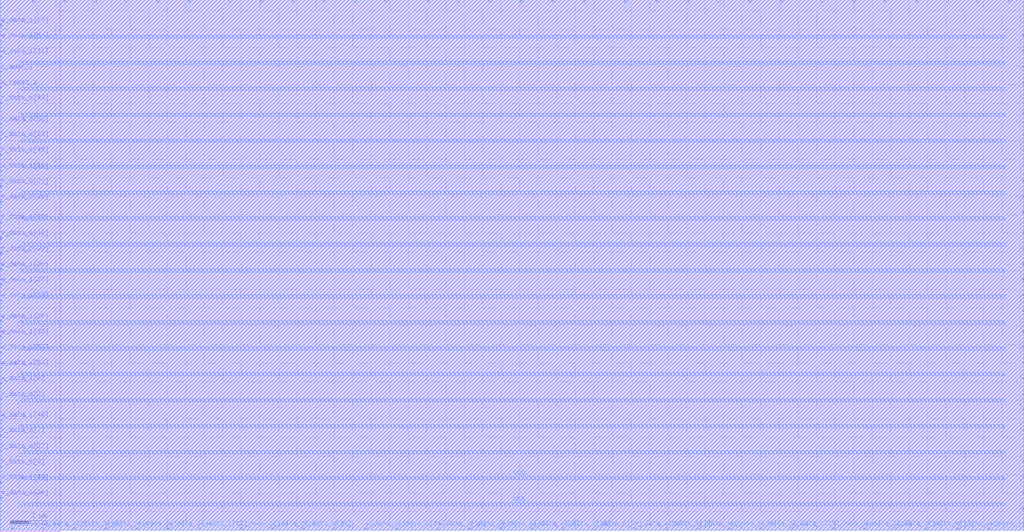
<source format=lef>
VERSION 5.8 ;
BUSBITCHARS "[]" ;
DIVIDERCHAR "/" ;
UNITS
    DATABASE MICRONS 2000 ;
END UNITS

MACRO bsg_mem_p58
  FOREIGN bsg_mem_p58 0 0 ;
  CLASS BLOCK ;
  SIZE 55.175 BY 28.59 ;
  PIN VSS
    USE GROUND ;
    DIRECTION INOUT ;
    PORT
      LAYER metal4 ;
        RECT  1.14 26.515 54.15 26.685 ;
        RECT  1.14 23.715 54.15 23.885 ;
        RECT  1.14 20.915 54.15 21.085 ;
        RECT  1.14 18.115 54.15 18.285 ;
        RECT  1.14 15.315 54.15 15.485 ;
        RECT  1.14 12.515 54.15 12.685 ;
        RECT  1.14 9.715 54.15 9.885 ;
        RECT  1.14 6.915 54.15 7.085 ;
        RECT  1.14 4.115 54.15 4.285 ;
        RECT  1.14 1.315 54.15 1.485 ;
    END
  END VSS
  PIN VDD
    USE POWER ;
    DIRECTION INOUT ;
    PORT
      LAYER metal4 ;
        RECT  1.14 25.115 54.15 25.285 ;
        RECT  1.14 22.315 54.15 22.485 ;
        RECT  1.14 19.515 54.15 19.685 ;
        RECT  1.14 16.715 54.15 16.885 ;
        RECT  1.14 13.915 54.15 14.085 ;
        RECT  1.14 11.115 54.15 11.285 ;
        RECT  1.14 8.315 54.15 8.485 ;
        RECT  1.14 5.515 54.15 5.685 ;
        RECT  1.14 2.715 54.15 2.885 ;
    END
  END VDD
  PIN r_addr_i
    DIRECTION INPUT ;
    USE SIGNAL ;
    PORT
      LAYER metal3 ;
        RECT  0 24.675 0.07 24.745 ;
    END
  END r_addr_i
  PIN r_data_o[0]
    DIRECTION OUTPUT ;
    USE SIGNAL ;
    PORT
      LAYER metal4 ;
        RECT  45.945 28.45 46.085 28.59 ;
    END
  END r_data_o[0]
  PIN r_data_o[10]
    DIRECTION OUTPUT ;
    USE SIGNAL ;
    PORT
      LAYER metal3 ;
        RECT  0 15.715 0.07 15.785 ;
    END
  END r_data_o[10]
  PIN r_data_o[11]
    DIRECTION OUTPUT ;
    USE SIGNAL ;
    PORT
      LAYER metal4 ;
        RECT  12.905 0 13.045 0.14 ;
    END
  END r_data_o[11]
  PIN r_data_o[12]
    DIRECTION OUTPUT ;
    USE SIGNAL ;
    PORT
      LAYER metal4 ;
        RECT  49.305 28.45 49.445 28.59 ;
    END
  END r_data_o[12]
  PIN r_data_o[13]
    DIRECTION OUTPUT ;
    USE SIGNAL ;
    PORT
      LAYER metal4 ;
        RECT  49.865 0 50.005 0.14 ;
    END
  END r_data_o[13]
  PIN r_data_o[14]
    DIRECTION OUTPUT ;
    USE SIGNAL ;
    PORT
      LAYER metal3 ;
        RECT  55.105 12.635 55.175 12.705 ;
    END
  END r_data_o[14]
  PIN r_data_o[15]
    DIRECTION OUTPUT ;
    USE SIGNAL ;
    PORT
      LAYER metal4 ;
        RECT  54.345 28.45 54.485 28.59 ;
    END
  END r_data_o[15]
  PIN r_data_o[16]
    DIRECTION OUTPUT ;
    USE SIGNAL ;
    PORT
      LAYER metal3 ;
        RECT  55.105 24.955 55.175 25.025 ;
    END
  END r_data_o[16]
  PIN r_data_o[17]
    DIRECTION OUTPUT ;
    USE SIGNAL ;
    PORT
      LAYER metal4 ;
        RECT  26.345 28.45 26.485 28.59 ;
    END
  END r_data_o[17]
  PIN r_data_o[18]
    DIRECTION OUTPUT ;
    USE SIGNAL ;
    PORT
      LAYER metal3 ;
        RECT  55.105 24.115 55.175 24.185 ;
    END
  END r_data_o[18]
  PIN r_data_o[19]
    DIRECTION OUTPUT ;
    USE SIGNAL ;
    PORT
      LAYER metal4 ;
        RECT  22.985 28.45 23.125 28.59 ;
    END
  END r_data_o[19]
  PIN r_data_o[1]
    DIRECTION OUTPUT ;
    USE SIGNAL ;
    PORT
      LAYER metal4 ;
        RECT  52.665 28.45 52.805 28.59 ;
    END
  END r_data_o[1]
  PIN r_data_o[20]
    DIRECTION OUTPUT ;
    USE SIGNAL ;
    PORT
      LAYER metal4 ;
        RECT  31.945 0 32.085 0.14 ;
    END
  END r_data_o[20]
  PIN r_data_o[21]
    DIRECTION OUTPUT ;
    USE SIGNAL ;
    PORT
      LAYER metal3 ;
        RECT  0 18.515 0.07 18.585 ;
    END
  END r_data_o[21]
  PIN r_data_o[22]
    DIRECTION OUTPUT ;
    USE SIGNAL ;
    PORT
      LAYER metal4 ;
        RECT  15.705 28.45 15.845 28.59 ;
    END
  END r_data_o[22]
  PIN r_data_o[23]
    DIRECTION OUTPUT ;
    USE SIGNAL ;
    PORT
      LAYER metal3 ;
        RECT  0 14.875 0.07 14.945 ;
    END
  END r_data_o[23]
  PIN r_data_o[24]
    DIRECTION OUTPUT ;
    USE SIGNAL ;
    PORT
      LAYER metal3 ;
        RECT  0 21.035 0.07 21.105 ;
    END
  END r_data_o[24]
  PIN r_data_o[25]
    DIRECTION OUTPUT ;
    USE SIGNAL ;
    PORT
      LAYER metal3 ;
        RECT  0 17.675 0.07 17.745 ;
    END
  END r_data_o[25]
  PIN r_data_o[26]
    DIRECTION OUTPUT ;
    USE SIGNAL ;
    PORT
      LAYER metal3 ;
        RECT  55.105 17.115 55.175 17.185 ;
    END
  END r_data_o[26]
  PIN r_data_o[27]
    DIRECTION OUTPUT ;
    USE SIGNAL ;
    PORT
      LAYER metal4 ;
        RECT  28.025 28.45 28.165 28.59 ;
    END
  END r_data_o[27]
  PIN r_data_o[28]
    DIRECTION OUTPUT ;
    USE SIGNAL ;
    PORT
      LAYER metal3 ;
        RECT  0 1.715 0.07 1.785 ;
    END
  END r_data_o[28]
  PIN r_data_o[29]
    DIRECTION OUTPUT ;
    USE SIGNAL ;
    PORT
      LAYER metal3 ;
        RECT  55.105 15.995 55.175 16.065 ;
    END
  END r_data_o[29]
  PIN r_data_o[2]
    DIRECTION OUTPUT ;
    USE SIGNAL ;
    PORT
      LAYER metal3 ;
        RECT  55.105 15.155 55.175 15.225 ;
    END
  END r_data_o[2]
  PIN r_data_o[30]
    DIRECTION OUTPUT ;
    USE SIGNAL ;
    PORT
      LAYER metal3 ;
        RECT  55.105 8.995 55.175 9.065 ;
    END
  END r_data_o[30]
  PIN r_data_o[31]
    DIRECTION OUTPUT ;
    USE SIGNAL ;
    PORT
      LAYER metal4 ;
        RECT  29.705 28.45 29.845 28.59 ;
    END
  END r_data_o[31]
  PIN r_data_o[32]
    DIRECTION OUTPUT ;
    USE SIGNAL ;
    PORT
      LAYER metal3 ;
        RECT  55.105 26.635 55.175 26.705 ;
    END
  END r_data_o[32]
  PIN r_data_o[33]
    DIRECTION OUTPUT ;
    USE SIGNAL ;
    PORT
      LAYER metal4 ;
        RECT  25.225 0 25.365 0.14 ;
    END
  END r_data_o[33]
  PIN r_data_o[34]
    DIRECTION OUTPUT ;
    USE SIGNAL ;
    PORT
      LAYER metal4 ;
        RECT  21.305 0 21.445 0.14 ;
    END
  END r_data_o[34]
  PIN r_data_o[35]
    DIRECTION OUTPUT ;
    USE SIGNAL ;
    PORT
      LAYER metal4 ;
        RECT  16.265 0 16.405 0.14 ;
    END
  END r_data_o[35]
  PIN r_data_o[36]
    DIRECTION OUTPUT ;
    USE SIGNAL ;
    PORT
      LAYER metal4 ;
        RECT  40.905 0 41.045 0.14 ;
    END
  END r_data_o[36]
  PIN r_data_o[37]
    DIRECTION OUTPUT ;
    USE SIGNAL ;
    PORT
      LAYER metal3 ;
        RECT  0 4.235 0.07 4.305 ;
    END
  END r_data_o[37]
  PIN r_data_o[38]
    DIRECTION OUTPUT ;
    USE SIGNAL ;
    PORT
      LAYER metal3 ;
        RECT  55.105 5.355 55.175 5.425 ;
    END
  END r_data_o[38]
  PIN r_data_o[39]
    DIRECTION OUTPUT ;
    USE SIGNAL ;
    PORT
      LAYER metal4 ;
        RECT  14.585 0 14.725 0.14 ;
    END
  END r_data_o[39]
  PIN r_data_o[3]
    DIRECTION OUTPUT ;
    USE SIGNAL ;
    PORT
      LAYER metal3 ;
        RECT  0 7.035 0.07 7.105 ;
    END
  END r_data_o[3]
  PIN r_data_o[40]
    DIRECTION OUTPUT ;
    USE SIGNAL ;
    PORT
      LAYER metal3 ;
        RECT  55.105 7.315 55.175 7.385 ;
    END
  END r_data_o[40]
  PIN r_data_o[41]
    DIRECTION OUTPUT ;
    USE SIGNAL ;
    PORT
      LAYER metal4 ;
        RECT  35.305 28.45 35.445 28.59 ;
    END
  END r_data_o[41]
  PIN r_data_o[42]
    DIRECTION OUTPUT ;
    USE SIGNAL ;
    PORT
      LAYER metal4 ;
        RECT  14.025 28.45 14.165 28.59 ;
    END
  END r_data_o[42]
  PIN r_data_o[43]
    DIRECTION OUTPUT ;
    USE SIGNAL ;
    PORT
      LAYER metal4 ;
        RECT  20.745 28.45 20.885 28.59 ;
    END
  END r_data_o[43]
  PIN r_data_o[44]
    DIRECTION OUTPUT ;
    USE SIGNAL ;
    PORT
      LAYER metal4 ;
        RECT  38.665 28.45 38.805 28.59 ;
    END
  END r_data_o[44]
  PIN r_data_o[45]
    DIRECTION OUTPUT ;
    USE SIGNAL ;
    PORT
      LAYER metal4 ;
        RECT  44.825 0 44.965 0.14 ;
    END
  END r_data_o[45]
  PIN r_data_o[46]
    DIRECTION OUTPUT ;
    USE SIGNAL ;
    PORT
      LAYER metal3 ;
        RECT  0 20.195 0.07 20.265 ;
    END
  END r_data_o[46]
  PIN r_data_o[47]
    DIRECTION OUTPUT ;
    USE SIGNAL ;
    PORT
      LAYER metal3 ;
        RECT  55.105 22.435 55.175 22.505 ;
    END
  END r_data_o[47]
  PIN r_data_o[48]
    DIRECTION OUTPUT ;
    USE SIGNAL ;
    PORT
      LAYER metal3 ;
        RECT  0 22.995 0.07 23.065 ;
    END
  END r_data_o[48]
  PIN r_data_o[49]
    DIRECTION OUTPUT ;
    USE SIGNAL ;
    PORT
      LAYER metal4 ;
        RECT  8.425 28.45 8.565 28.59 ;
    END
  END r_data_o[49]
  PIN r_data_o[4]
    DIRECTION OUTPUT ;
    USE SIGNAL ;
    PORT
      LAYER metal3 ;
        RECT  55.105 1.155 55.175 1.225 ;
    END
  END r_data_o[4]
  PIN r_data_o[50]
    DIRECTION OUTPUT ;
    USE SIGNAL ;
    PORT
      LAYER metal3 ;
        RECT  55.105 25.795 55.175 25.865 ;
    END
  END r_data_o[50]
  PIN r_data_o[51]
    DIRECTION OUTPUT ;
    USE SIGNAL ;
    PORT
      LAYER metal4 ;
        RECT  7.305 0 7.445 0.14 ;
    END
  END r_data_o[51]
  PIN r_data_o[52]
    DIRECTION OUTPUT ;
    USE SIGNAL ;
    PORT
      LAYER metal3 ;
        RECT  0 21.875 0.07 21.945 ;
    END
  END r_data_o[52]
  PIN r_data_o[53]
    DIRECTION OUTPUT ;
    USE SIGNAL ;
    PORT
      LAYER metal3 ;
        RECT  0 16.555 0.07 16.625 ;
    END
  END r_data_o[53]
  PIN r_data_o[54]
    DIRECTION OUTPUT ;
    USE SIGNAL ;
    PORT
      LAYER metal4 ;
        RECT  34.185 0 34.325 0.14 ;
    END
  END r_data_o[54]
  PIN r_data_o[55]
    DIRECTION OUTPUT ;
    USE SIGNAL ;
    PORT
      LAYER metal3 ;
        RECT  55.105 10.675 55.175 10.745 ;
    END
  END r_data_o[55]
  PIN r_data_o[56]
    DIRECTION OUTPUT ;
    USE SIGNAL ;
    PORT
      LAYER metal4 ;
        RECT  51.545 0 51.685 0.14 ;
    END
  END r_data_o[56]
  PIN r_data_o[57]
    DIRECTION OUTPUT ;
    USE SIGNAL ;
    PORT
      LAYER metal3 ;
        RECT  55.105 19.635 55.175 19.705 ;
    END
  END r_data_o[57]
  PIN r_data_o[5]
    DIRECTION OUTPUT ;
    USE SIGNAL ;
    PORT
      LAYER metal3 ;
        RECT  55.105 18.795 55.175 18.865 ;
    END
  END r_data_o[5]
  PIN r_data_o[6]
    DIRECTION OUTPUT ;
    USE SIGNAL ;
    PORT
      LAYER metal3 ;
        RECT  55.105 20.475 55.175 20.545 ;
    END
  END r_data_o[6]
  PIN r_data_o[7]
    DIRECTION OUTPUT ;
    USE SIGNAL ;
    PORT
      LAYER metal3 ;
        RECT  0 5.075 0.07 5.145 ;
    END
  END r_data_o[7]
  PIN r_data_o[8]
    DIRECTION OUTPUT ;
    USE SIGNAL ;
    PORT
      LAYER metal4 ;
        RECT  24.665 28.45 24.805 28.59 ;
    END
  END r_data_o[8]
  PIN r_data_o[9]
    DIRECTION OUTPUT ;
    USE SIGNAL ;
    PORT
      LAYER metal3 ;
        RECT  0 3.395 0.07 3.465 ;
    END
  END r_data_o[9]
  PIN r_v_i
    DIRECTION INPUT ;
    USE SIGNAL ;
    PORT
      LAYER metal4 ;
        RECT  17.945 0 18.085 0.14 ;
    END
  END r_v_i
  PIN w_addr_i
    DIRECTION INPUT ;
    USE SIGNAL ;
    PORT
      LAYER metal3 ;
        RECT  55.105 9.835 55.175 9.905 ;
    END
  END w_addr_i
  PIN w_clk_i
    DIRECTION INPUT ;
    USE SIGNAL ;
    PORT
      LAYER metal4 ;
        RECT  12.345 28.45 12.485 28.59 ;
    END
  END w_clk_i
  PIN w_data_i[0]
    DIRECTION INPUT ;
    USE SIGNAL ;
    PORT
      LAYER metal4 ;
        RECT  6.745 28.45 6.885 28.59 ;
    END
  END w_data_i[0]
  PIN w_data_i[10]
    DIRECTION INPUT ;
    USE SIGNAL ;
    PORT
      LAYER metal3 ;
        RECT  0 19.355 0.07 19.425 ;
    END
  END w_data_i[10]
  PIN w_data_i[11]
    DIRECTION INPUT ;
    USE SIGNAL ;
    PORT
      LAYER metal4 ;
        RECT  53.225 0 53.365 0.14 ;
    END
  END w_data_i[11]
  PIN w_data_i[12]
    DIRECTION INPUT ;
    USE SIGNAL ;
    PORT
      LAYER metal3 ;
        RECT  55.105 8.155 55.175 8.225 ;
    END
  END w_data_i[12]
  PIN w_data_i[13]
    DIRECTION INPUT ;
    USE SIGNAL ;
    PORT
      LAYER metal4 ;
        RECT  47.625 28.45 47.765 28.59 ;
    END
  END w_data_i[13]
  PIN w_data_i[14]
    DIRECTION INPUT ;
    USE SIGNAL ;
    PORT
      LAYER metal3 ;
        RECT  55.105 3.675 55.175 3.745 ;
    END
  END w_data_i[14]
  PIN w_data_i[15]
    DIRECTION INPUT ;
    USE SIGNAL ;
    PORT
      LAYER metal4 ;
        RECT  46.505 0 46.645 0.14 ;
    END
  END w_data_i[15]
  PIN w_data_i[16]
    DIRECTION INPUT ;
    USE SIGNAL ;
    PORT
      LAYER metal4 ;
        RECT  23.545 0 23.685 0.14 ;
    END
  END w_data_i[16]
  PIN w_data_i[17]
    DIRECTION INPUT ;
    USE SIGNAL ;
    PORT
      LAYER metal4 ;
        RECT  17.385 28.45 17.525 28.59 ;
    END
  END w_data_i[17]
  PIN w_data_i[18]
    DIRECTION INPUT ;
    USE SIGNAL ;
    PORT
      LAYER metal4 ;
        RECT  3.385 28.45 3.525 28.59 ;
    END
  END w_data_i[18]
  PIN w_data_i[19]
    DIRECTION INPUT ;
    USE SIGNAL ;
    PORT
      LAYER metal3 ;
        RECT  0 12.355 0.07 12.425 ;
    END
  END w_data_i[19]
  PIN w_data_i[1]
    DIRECTION INPUT ;
    USE SIGNAL ;
    PORT
      LAYER metal3 ;
        RECT  55.105 2.835 55.175 2.905 ;
    END
  END w_data_i[1]
  PIN w_data_i[20]
    DIRECTION INPUT ;
    USE SIGNAL ;
    PORT
      LAYER metal3 ;
        RECT  0 14.035 0.07 14.105 ;
    END
  END w_data_i[20]
  PIN w_data_i[21]
    DIRECTION INPUT ;
    USE SIGNAL ;
    PORT
      LAYER metal4 ;
        RECT  5.065 28.45 5.205 28.59 ;
    END
  END w_data_i[21]
  PIN w_data_i[22]
    DIRECTION INPUT ;
    USE SIGNAL ;
    PORT
      LAYER metal4 ;
        RECT  31.385 28.45 31.525 28.59 ;
    END
  END w_data_i[22]
  PIN w_data_i[23]
    DIRECTION INPUT ;
    USE SIGNAL ;
    PORT
      LAYER metal4 ;
        RECT  39.225 0 39.365 0.14 ;
    END
  END w_data_i[23]
  PIN w_data_i[24]
    DIRECTION INPUT ;
    USE SIGNAL ;
    PORT
      LAYER metal4 ;
        RECT  5.625 0 5.765 0.14 ;
    END
  END w_data_i[24]
  PIN w_data_i[25]
    DIRECTION INPUT ;
    USE SIGNAL ;
    PORT
      LAYER metal3 ;
        RECT  0 11.235 0.07 11.305 ;
    END
  END w_data_i[25]
  PIN w_data_i[26]
    DIRECTION INPUT ;
    USE SIGNAL ;
    PORT
      LAYER metal3 ;
        RECT  55.105 1.995 55.175 2.065 ;
    END
  END w_data_i[26]
  PIN w_data_i[27]
    DIRECTION INPUT ;
    USE SIGNAL ;
    PORT
      LAYER metal3 ;
        RECT  0 13.195 0.07 13.265 ;
    END
  END w_data_i[27]
  PIN w_data_i[28]
    DIRECTION INPUT ;
    USE SIGNAL ;
    PORT
      LAYER metal3 ;
        RECT  55.105 11.795 55.175 11.865 ;
    END
  END w_data_i[28]
  PIN w_data_i[29]
    DIRECTION INPUT ;
    USE SIGNAL ;
    PORT
      LAYER metal4 ;
        RECT  42.585 0 42.725 0.14 ;
    END
  END w_data_i[29]
  PIN w_data_i[2]
    DIRECTION INPUT ;
    USE SIGNAL ;
    PORT
      LAYER metal4 ;
        RECT  2.265 0 2.405 0.14 ;
    END
  END w_data_i[2]
  PIN w_data_i[30]
    DIRECTION INPUT ;
    USE SIGNAL ;
    PORT
      LAYER metal3 ;
        RECT  55.105 6.475 55.175 6.545 ;
    END
  END w_data_i[30]
  PIN w_data_i[31]
    DIRECTION INPUT ;
    USE SIGNAL ;
    PORT
      LAYER metal3 ;
        RECT  0 25.515 0.07 25.585 ;
    END
  END w_data_i[31]
  PIN w_data_i[32]
    DIRECTION INPUT ;
    USE SIGNAL ;
    PORT
      LAYER metal3 ;
        RECT  55.105 14.315 55.175 14.385 ;
    END
  END w_data_i[32]
  PIN w_data_i[33]
    DIRECTION INPUT ;
    USE SIGNAL ;
    PORT
      LAYER metal3 ;
        RECT  55.105 21.315 55.175 21.385 ;
    END
  END w_data_i[33]
  PIN w_data_i[34]
    DIRECTION INPUT ;
    USE SIGNAL ;
    PORT
      LAYER metal4 ;
        RECT  48.185 0 48.325 0.14 ;
    END
  END w_data_i[34]
  PIN w_data_i[35]
    DIRECTION INPUT ;
    USE SIGNAL ;
    PORT
      LAYER metal3 ;
        RECT  55.105 23.275 55.175 23.345 ;
    END
  END w_data_i[35]
  PIN w_data_i[36]
    DIRECTION INPUT ;
    USE SIGNAL ;
    PORT
      LAYER metal4 ;
        RECT  28.585 0 28.725 0.14 ;
    END
  END w_data_i[36]
  PIN w_data_i[37]
    DIRECTION INPUT ;
    USE SIGNAL ;
    PORT
      LAYER metal3 ;
        RECT  0 27.195 0.07 27.265 ;
    END
  END w_data_i[37]
  PIN w_data_i[38]
    DIRECTION INPUT ;
    USE SIGNAL ;
    PORT
      LAYER metal3 ;
        RECT  0 10.395 0.07 10.465 ;
    END
  END w_data_i[38]
  PIN w_data_i[39]
    DIRECTION INPUT ;
    USE SIGNAL ;
    PORT
      LAYER metal4 ;
        RECT  0.585 0 0.725 0.14 ;
    END
  END w_data_i[39]
  PIN w_data_i[3]
    DIRECTION INPUT ;
    USE SIGNAL ;
    PORT
      LAYER metal4 ;
        RECT  35.865 0 36.005 0.14 ;
    END
  END w_data_i[3]
  PIN w_data_i[40]
    DIRECTION INPUT ;
    USE SIGNAL ;
    PORT
      LAYER metal3 ;
        RECT  0 5.915 0.07 5.985 ;
    END
  END w_data_i[40]
  PIN w_data_i[41]
    DIRECTION INPUT ;
    USE SIGNAL ;
    PORT
      LAYER metal4 ;
        RECT  19.065 28.45 19.205 28.59 ;
    END
  END w_data_i[41]
  PIN w_data_i[42]
    DIRECTION INPUT ;
    USE SIGNAL ;
    PORT
      LAYER metal4 ;
        RECT  36.985 28.45 37.125 28.59 ;
    END
  END w_data_i[42]
  PIN w_data_i[43]
    DIRECTION INPUT ;
    USE SIGNAL ;
    PORT
      LAYER metal3 ;
        RECT  0 2.555 0.07 2.625 ;
    END
  END w_data_i[43]
  PIN w_data_i[44]
    DIRECTION INPUT ;
    USE SIGNAL ;
    PORT
      LAYER metal4 ;
        RECT  8.985 0 9.125 0.14 ;
    END
  END w_data_i[44]
  PIN w_data_i[45]
    DIRECTION INPUT ;
    USE SIGNAL ;
    PORT
      LAYER metal4 ;
        RECT  3.945 0 4.085 0.14 ;
    END
  END w_data_i[45]
  PIN w_data_i[46]
    DIRECTION INPUT ;
    USE SIGNAL ;
    PORT
      LAYER metal4 ;
        RECT  44.265 28.45 44.405 28.59 ;
    END
  END w_data_i[46]
  PIN w_data_i[47]
    DIRECTION INPUT ;
    USE SIGNAL ;
    PORT
      LAYER metal4 ;
        RECT  33.625 28.45 33.765 28.59 ;
    END
  END w_data_i[47]
  PIN w_data_i[48]
    DIRECTION INPUT ;
    USE SIGNAL ;
    PORT
      LAYER metal4 ;
        RECT  26.905 0 27.045 0.14 ;
    END
  END w_data_i[48]
  PIN w_data_i[49]
    DIRECTION INPUT ;
    USE SIGNAL ;
    PORT
      LAYER metal4 ;
        RECT  50.985 28.45 51.125 28.59 ;
    END
  END w_data_i[49]
  PIN w_data_i[4]
    DIRECTION INPUT ;
    USE SIGNAL ;
    PORT
      LAYER metal3 ;
        RECT  55.105 4.515 55.175 4.585 ;
    END
  END w_data_i[4]
  PIN w_data_i[50]
    DIRECTION INPUT ;
    USE SIGNAL ;
    PORT
      LAYER metal3 ;
        RECT  0 26.355 0.07 26.425 ;
    END
  END w_data_i[50]
  PIN w_data_i[51]
    DIRECTION INPUT ;
    USE SIGNAL ;
    PORT
      LAYER metal3 ;
        RECT  0 9.555 0.07 9.625 ;
    END
  END w_data_i[51]
  PIN w_data_i[52]
    DIRECTION INPUT ;
    USE SIGNAL ;
    PORT
      LAYER metal4 ;
        RECT  10.665 0 10.805 0.14 ;
    END
  END w_data_i[52]
  PIN w_data_i[53]
    DIRECTION INPUT ;
    USE SIGNAL ;
    PORT
      LAYER metal4 ;
        RECT  19.625 0 19.765 0.14 ;
    END
  END w_data_i[53]
  PIN w_data_i[54]
    DIRECTION INPUT ;
    USE SIGNAL ;
    PORT
      LAYER metal3 ;
        RECT  0 8.715 0.07 8.785 ;
    END
  END w_data_i[54]
  PIN w_data_i[55]
    DIRECTION INPUT ;
    USE SIGNAL ;
    PORT
      LAYER metal3 ;
        RECT  55.105 17.955 55.175 18.025 ;
    END
  END w_data_i[55]
  PIN w_data_i[56]
    DIRECTION INPUT ;
    USE SIGNAL ;
    PORT
      LAYER metal4 ;
        RECT  30.265 0 30.405 0.14 ;
    END
  END w_data_i[56]
  PIN w_data_i[57]
    DIRECTION INPUT ;
    USE SIGNAL ;
    PORT
      LAYER metal4 ;
        RECT  42.025 28.45 42.165 28.59 ;
    END
  END w_data_i[57]
  PIN w_data_i[5]
    DIRECTION INPUT ;
    USE SIGNAL ;
    PORT
      LAYER metal4 ;
        RECT  40.345 28.45 40.485 28.59 ;
    END
  END w_data_i[5]
  PIN w_data_i[6]
    DIRECTION INPUT ;
    USE SIGNAL ;
    PORT
      LAYER metal4 ;
        RECT  1.705 28.45 1.845 28.59 ;
    END
  END w_data_i[6]
  PIN w_data_i[7]
    DIRECTION INPUT ;
    USE SIGNAL ;
    PORT
      LAYER metal4 ;
        RECT  10.105 28.45 10.245 28.59 ;
    END
  END w_data_i[7]
  PIN w_data_i[8]
    DIRECTION INPUT ;
    USE SIGNAL ;
    PORT
      LAYER metal4 ;
        RECT  37.545 0 37.685 0.14 ;
    END
  END w_data_i[8]
  PIN w_data_i[9]
    DIRECTION INPUT ;
    USE SIGNAL ;
    PORT
      LAYER metal3 ;
        RECT  0 7.875 0.07 7.945 ;
    END
  END w_data_i[9]
  PIN w_reset_i
    DIRECTION INPUT ;
    USE SIGNAL ;
    PORT
      LAYER metal3 ;
        RECT  0 23.835 0.07 23.905 ;
    END
  END w_reset_i
  PIN w_v_i
    DIRECTION INPUT ;
    USE SIGNAL ;
    PORT
      LAYER metal3 ;
        RECT  55.105 13.475 55.175 13.545 ;
    END
  END w_v_i
  OBS
    LAYER metal1 ;
     RECT  0 -0.085 3.23 28.59 ;
     RECT  3.23 0 55.175 28.59 ;
    LAYER metal2 ;
     RECT  0 0 55.175 28.59 ;
    LAYER metal3 ;
     RECT  0 0 55.175 28.59 ;
    LAYER metal4 ;
     RECT  0 0 55.175 28.59 ;
  END
END bsg_mem_p58
END LIBRARY

</source>
